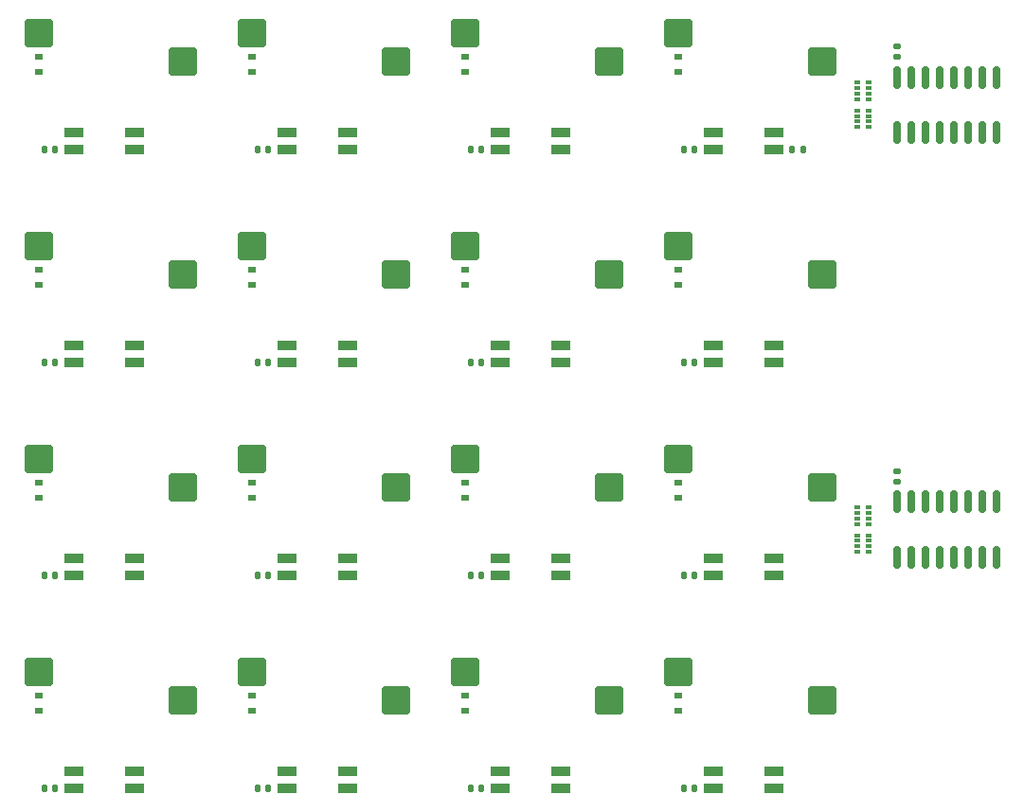
<source format=gbr>
%TF.GenerationSoftware,KiCad,Pcbnew,6.0.7+dfsg-1~bpo11+1*%
%TF.CreationDate,2022-11-02T04:35:50+00:00*%
%TF.ProjectId,MK74HC-16,4d4b3734-4843-42d3-9136-2e6b69636164,rev?*%
%TF.SameCoordinates,Original*%
%TF.FileFunction,Paste,Top*%
%TF.FilePolarity,Positive*%
%FSLAX46Y46*%
G04 Gerber Fmt 4.6, Leading zero omitted, Abs format (unit mm)*
G04 Created by KiCad (PCBNEW 6.0.7+dfsg-1~bpo11+1) date 2022-11-02 04:35:50*
%MOMM*%
%LPD*%
G01*
G04 APERTURE LIST*
G04 Aperture macros list*
%AMRoundRect*
0 Rectangle with rounded corners*
0 $1 Rounding radius*
0 $2 $3 $4 $5 $6 $7 $8 $9 X,Y pos of 4 corners*
0 Add a 4 corners polygon primitive as box body*
4,1,4,$2,$3,$4,$5,$6,$7,$8,$9,$2,$3,0*
0 Add four circle primitives for the rounded corners*
1,1,$1+$1,$2,$3*
1,1,$1+$1,$4,$5*
1,1,$1+$1,$6,$7*
1,1,$1+$1,$8,$9*
0 Add four rect primitives between the rounded corners*
20,1,$1+$1,$2,$3,$4,$5,0*
20,1,$1+$1,$4,$5,$6,$7,0*
20,1,$1+$1,$6,$7,$8,$9,0*
20,1,$1+$1,$8,$9,$2,$3,0*%
G04 Aperture macros list end*
%ADD10R,0.700000X0.600000*%
%ADD11R,1.800000X0.820000*%
%ADD12RoundRect,0.140000X0.140000X0.170000X-0.140000X0.170000X-0.140000X-0.170000X0.140000X-0.170000X0*%
%ADD13R,0.500000X0.400000*%
%ADD14R,0.500000X0.300000*%
%ADD15RoundRect,0.135000X0.135000X0.185000X-0.135000X0.185000X-0.135000X-0.185000X0.135000X-0.185000X0*%
%ADD16RoundRect,0.140000X0.170000X-0.140000X0.170000X0.140000X-0.170000X0.140000X-0.170000X-0.140000X0*%
%ADD17RoundRect,0.150000X0.150000X-0.825000X0.150000X0.825000X-0.150000X0.825000X-0.150000X-0.825000X0*%
%ADD18RoundRect,0.250000X1.025000X1.000000X-1.025000X1.000000X-1.025000X-1.000000X1.025000X-1.000000X0*%
G04 APERTURE END LIST*
D10*
%TO.C,D27*%
X46910000Y73334000D03*
X46910000Y71934000D03*
%TD*%
D11*
%TO.C,D13*%
X69102000Y7876000D03*
X69102000Y9376000D03*
X74502000Y9376000D03*
X74502000Y7876000D03*
%TD*%
D12*
%TO.C,C15*%
X67456000Y7876000D03*
X66496000Y7876000D03*
%TD*%
D11*
%TO.C,D8*%
X11952000Y45976000D03*
X11952000Y47476000D03*
X17352000Y47476000D03*
X17352000Y45976000D03*
%TD*%
D10*
%TO.C,D17*%
X65960000Y54284000D03*
X65960000Y52884000D03*
%TD*%
D13*
%TO.C,RN4*%
X83000000Y29000000D03*
D14*
X83000000Y29500000D03*
X83000000Y30000000D03*
D13*
X83000000Y30500000D03*
X82000000Y30500000D03*
D14*
X82000000Y30000000D03*
X82000000Y29500000D03*
D13*
X82000000Y29000000D03*
%TD*%
D10*
%TO.C,D28*%
X46910000Y35234000D03*
X46910000Y33834000D03*
%TD*%
%TO.C,D24*%
X8810000Y16184000D03*
X8810000Y14784000D03*
%TD*%
D12*
%TO.C,C17*%
X29356000Y7876000D03*
X28396000Y7876000D03*
%TD*%
%TO.C,C8*%
X10306000Y45976000D03*
X9346000Y45976000D03*
%TD*%
D11*
%TO.C,D1*%
X69102000Y65026000D03*
X69102000Y66526000D03*
X74502000Y66526000D03*
X74502000Y65026000D03*
%TD*%
D12*
%TO.C,C11*%
X67456000Y26926000D03*
X66496000Y26926000D03*
%TD*%
%TO.C,C12*%
X48406000Y26926000D03*
X47446000Y26926000D03*
%TD*%
%TO.C,C13*%
X29356000Y26926000D03*
X28396000Y26926000D03*
%TD*%
D11*
%TO.C,D3*%
X31002000Y65026000D03*
X31002000Y66526000D03*
X36402000Y66526000D03*
X36402000Y65026000D03*
%TD*%
D15*
%TO.C,R1*%
X77138000Y65026000D03*
X76118000Y65026000D03*
%TD*%
D11*
%TO.C,D5*%
X69102000Y45976000D03*
X69102000Y47476000D03*
X74502000Y47476000D03*
X74502000Y45976000D03*
%TD*%
D10*
%TO.C,D29*%
X27860000Y73334000D03*
X27860000Y71934000D03*
%TD*%
D13*
%TO.C,RN3*%
X83000000Y31500000D03*
D14*
X83000000Y32000000D03*
X83000000Y32500000D03*
D13*
X83000000Y33000000D03*
X82000000Y33000000D03*
D14*
X82000000Y32500000D03*
X82000000Y32000000D03*
D13*
X82000000Y31500000D03*
%TD*%
D11*
%TO.C,D10*%
X50052000Y26926000D03*
X50052000Y28426000D03*
X55452000Y28426000D03*
X55452000Y26926000D03*
%TD*%
%TO.C,D6*%
X50052000Y45976000D03*
X50052000Y47476000D03*
X55452000Y47476000D03*
X55452000Y45976000D03*
%TD*%
D16*
%TO.C,C10*%
X85555000Y35270000D03*
X85555000Y36230000D03*
%TD*%
D17*
%TO.C,U1*%
X85555000Y66525000D03*
X86825000Y66525000D03*
X88095000Y66525000D03*
X89365000Y66525000D03*
X90635000Y66525000D03*
X91905000Y66525000D03*
X93175000Y66525000D03*
X94445000Y66525000D03*
X94445000Y71475000D03*
X93175000Y71475000D03*
X91905000Y71475000D03*
X90635000Y71475000D03*
X89365000Y71475000D03*
X88095000Y71475000D03*
X86825000Y71475000D03*
X85555000Y71475000D03*
%TD*%
D11*
%TO.C,D7*%
X31002000Y45976000D03*
X31002000Y47476000D03*
X36402000Y47476000D03*
X36402000Y45976000D03*
%TD*%
%TO.C,D2*%
X50052000Y65026000D03*
X50052000Y66526000D03*
X55452000Y66526000D03*
X55452000Y65026000D03*
%TD*%
D10*
%TO.C,D18*%
X65960000Y16184000D03*
X65960000Y14784000D03*
%TD*%
D12*
%TO.C,C5*%
X67456000Y45976000D03*
X66496000Y45976000D03*
%TD*%
%TO.C,C3*%
X29356000Y65026000D03*
X28396000Y65026000D03*
%TD*%
%TO.C,C2*%
X48406000Y65026000D03*
X47446000Y65026000D03*
%TD*%
D10*
%TO.C,D23*%
X8810000Y54284000D03*
X8810000Y52884000D03*
%TD*%
D12*
%TO.C,C4*%
X10306000Y65026000D03*
X9346000Y65026000D03*
%TD*%
%TO.C,C16*%
X48406000Y7876000D03*
X47446000Y7876000D03*
%TD*%
D13*
%TO.C,RN2*%
X83000000Y67000000D03*
D14*
X83000000Y67500000D03*
X83000000Y68000000D03*
D13*
X83000000Y68500000D03*
X82000000Y68500000D03*
D14*
X82000000Y68000000D03*
X82000000Y67500000D03*
D13*
X82000000Y67000000D03*
%TD*%
D10*
%TO.C,D26*%
X65960000Y35234000D03*
X65960000Y33834000D03*
%TD*%
%TO.C,D31*%
X8810000Y73334000D03*
X8810000Y71934000D03*
%TD*%
D11*
%TO.C,D4*%
X11952000Y65026000D03*
X11952000Y66526000D03*
X17352000Y66526000D03*
X17352000Y65026000D03*
%TD*%
%TO.C,D16*%
X11952000Y7876000D03*
X11952000Y9376000D03*
X17352000Y9376000D03*
X17352000Y7876000D03*
%TD*%
D10*
%TO.C,D32*%
X8810000Y35234000D03*
X8810000Y33834000D03*
%TD*%
D13*
%TO.C,RN1*%
X83000000Y69500000D03*
D14*
X83000000Y70000000D03*
X83000000Y70500000D03*
D13*
X83000000Y71000000D03*
X82000000Y71000000D03*
D14*
X82000000Y70500000D03*
X82000000Y70000000D03*
D13*
X82000000Y69500000D03*
%TD*%
D10*
%TO.C,D19*%
X46910000Y54284000D03*
X46910000Y52884000D03*
%TD*%
D12*
%TO.C,C7*%
X29356000Y45976000D03*
X28396000Y45976000D03*
%TD*%
D11*
%TO.C,D11*%
X31002000Y26926000D03*
X31002000Y28426000D03*
X36402000Y28426000D03*
X36402000Y26926000D03*
%TD*%
D10*
%TO.C,D20*%
X46910000Y16184000D03*
X46910000Y14784000D03*
%TD*%
D11*
%TO.C,D14*%
X50052000Y7876000D03*
X50052000Y9376000D03*
X55452000Y9376000D03*
X55452000Y7876000D03*
%TD*%
D12*
%TO.C,C1*%
X67456000Y65026000D03*
X66496000Y65026000D03*
%TD*%
D16*
%TO.C,C9*%
X85555000Y73270000D03*
X85555000Y74230000D03*
%TD*%
D12*
%TO.C,C18*%
X10306000Y7876000D03*
X9346000Y7876000D03*
%TD*%
D10*
%TO.C,D22*%
X27860000Y16184000D03*
X27860000Y14784000D03*
%TD*%
D12*
%TO.C,C14*%
X10306000Y26926000D03*
X9346000Y26926000D03*
%TD*%
D11*
%TO.C,D12*%
X11952000Y26926000D03*
X11952000Y28426000D03*
X17352000Y28426000D03*
X17352000Y26926000D03*
%TD*%
D10*
%TO.C,D21*%
X27860000Y54284000D03*
X27860000Y52884000D03*
%TD*%
D11*
%TO.C,D9*%
X69102000Y26926000D03*
X69102000Y28426000D03*
X74502000Y28426000D03*
X74502000Y26926000D03*
%TD*%
%TO.C,D15*%
X31002000Y7876000D03*
X31002000Y9376000D03*
X36402000Y9376000D03*
X36402000Y7876000D03*
%TD*%
D17*
%TO.C,U2*%
X85555000Y28525000D03*
X86825000Y28525000D03*
X88095000Y28525000D03*
X89365000Y28525000D03*
X90635000Y28525000D03*
X91905000Y28525000D03*
X93175000Y28525000D03*
X94445000Y28525000D03*
X94445000Y33475000D03*
X93175000Y33475000D03*
X91905000Y33475000D03*
X90635000Y33475000D03*
X89365000Y33475000D03*
X88095000Y33475000D03*
X86825000Y33475000D03*
X85555000Y33475000D03*
%TD*%
D10*
%TO.C,D30*%
X27860000Y35234000D03*
X27860000Y33834000D03*
%TD*%
%TO.C,D25*%
X65960000Y73334000D03*
X65960000Y71934000D03*
%TD*%
D12*
%TO.C,C6*%
X48406000Y45976000D03*
X47446000Y45976000D03*
%TD*%
D18*
%TO.C,SW7*%
X59837000Y53838000D03*
X46910000Y56378000D03*
%TD*%
%TO.C,SW11*%
X59837000Y34788000D03*
X46910000Y37328000D03*
%TD*%
%TO.C,SW2*%
X40787000Y72888000D03*
X27860000Y75428000D03*
%TD*%
%TO.C,SW14*%
X40787000Y15738000D03*
X27860000Y18278000D03*
%TD*%
%TO.C,SW9*%
X21737000Y34788000D03*
X8810000Y37328000D03*
%TD*%
%TO.C,SW1*%
X21737000Y72888000D03*
X8810000Y75428000D03*
%TD*%
%TO.C,SW8*%
X78887000Y53838000D03*
X65960000Y56378000D03*
%TD*%
%TO.C,SW13*%
X21737000Y15738000D03*
X8810000Y18278000D03*
%TD*%
%TO.C,SW15*%
X59837000Y15738000D03*
X46910000Y18278000D03*
%TD*%
%TO.C,SW6*%
X40787000Y53838000D03*
X27860000Y56378000D03*
%TD*%
%TO.C,SW4*%
X78887000Y72888000D03*
X65960000Y75428000D03*
%TD*%
%TO.C,SW16*%
X78887000Y15738000D03*
X65960000Y18278000D03*
%TD*%
%TO.C,SW10*%
X40787000Y34788000D03*
X27860000Y37328000D03*
%TD*%
%TO.C,SW5*%
X21737000Y53838000D03*
X8810000Y56378000D03*
%TD*%
%TO.C,SW3*%
X59837000Y72888000D03*
X46910000Y75428000D03*
%TD*%
%TO.C,SW12*%
X78887000Y34788000D03*
X65960000Y37328000D03*
%TD*%
M02*

</source>
